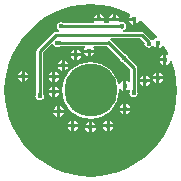
<source format=gbl>
G04*
G04 #@! TF.GenerationSoftware,Altium Limited,Altium Designer,18.1.6 (161)*
G04*
G04 Layer_Physical_Order=2*
G04 Layer_Color=16711680*
%FSTAX24Y24*%
%MOIN*%
G70*
G01*
G75*
%ADD27C,0.0100*%
%ADD28C,0.1772*%
%ADD29C,0.0157*%
G36*
X051555Y039554D02*
X051555Y039555D01*
X051553Y039555D01*
X05155Y039555D01*
X051536Y039556D01*
X051506Y039556D01*
X051489Y039656D01*
X051498Y039656D01*
X051526Y039658D01*
X051531Y039659D01*
X051535Y03966D01*
X051538Y039661D01*
X05154Y039662D01*
X051542Y039664D01*
X051555Y039554D01*
D02*
G37*
G36*
X049625Y03966D02*
X049627Y03966D01*
X04963Y039659D01*
X049634Y039658D01*
X049644Y039657D01*
X049658Y039657D01*
X049675Y039656D01*
Y039556D01*
X049666Y039556D01*
X04963Y039554D01*
X049627Y039553D01*
X049625Y039552D01*
X049623Y039551D01*
Y039661D01*
X049625Y03966D01*
D02*
G37*
G36*
X050876Y040328D02*
X051193Y040274D01*
X051503Y040185D01*
X051801Y040062D01*
X051877Y04002D01*
X051878Y04D01*
X051874Y039964D01*
X051839Y039912D01*
X051836Y039893D01*
X052008D01*
Y039843D01*
X052058D01*
Y03967D01*
X052078Y039674D01*
X052137Y039714D01*
X052176Y039773D01*
X052179Y039786D01*
X052225Y039805D01*
X052346Y03972D01*
X052586Y039505D01*
X052782Y039286D01*
X052764Y039232D01*
X052763Y039231D01*
X052726Y039223D01*
X052666Y039184D01*
X052642Y039148D01*
X052598Y039139D01*
X052585Y039141D01*
X052583Y039142D01*
X052569Y039163D01*
X052529Y039204D01*
X052515Y039221D01*
X052513Y039222D01*
X052512Y039223D01*
X052505Y039227D01*
X052333Y039399D01*
X052296Y039424D01*
X052254Y039432D01*
X052254Y039432D01*
X051641D01*
X051637Y039482D01*
X051658Y039486D01*
X051704Y039517D01*
X051734Y039562D01*
X051745Y039616D01*
X051734Y03967D01*
X051704Y039715D01*
X051658Y039746D01*
X051604Y039757D01*
X051551Y039746D01*
X051548Y039744D01*
X051518Y039765D01*
X051508Y039778D01*
X051511Y039793D01*
X051166D01*
X05117Y039773D01*
X051178Y039762D01*
X051154Y039717D01*
X051011D01*
X050988Y039762D01*
X050995Y039773D01*
X050999Y039793D01*
X050654D01*
X050658Y039773D01*
X050666Y039762D01*
X050642Y039717D01*
X049682D01*
X049676Y03972D01*
X04966Y03972D01*
X049649Y039721D01*
X049643Y039722D01*
X049642Y039722D01*
X049621Y039736D01*
X049567Y039747D01*
X049513Y039736D01*
X049468Y039706D01*
X049437Y03966D01*
X049426Y039606D01*
X049437Y039553D01*
X049468Y039507D01*
X049505Y039482D01*
X049501Y039444D01*
X049497Y039432D01*
X049387D01*
X049387Y039432D01*
X049345Y039424D01*
X049308Y039399D01*
X04878Y038871D01*
X048756Y038835D01*
X048747Y038792D01*
X048747Y038792D01*
Y037399D01*
X048744Y037392D01*
X048744Y037376D01*
X048744Y037365D01*
X048743Y037359D01*
X048743Y037359D01*
X048728Y037337D01*
X048718Y037283D01*
X048728Y03723D01*
X048759Y037184D01*
X048804Y037154D01*
X048858Y037143D01*
X048912Y037154D01*
X048958Y037184D01*
X048988Y03723D01*
X048999Y037283D01*
X048988Y037337D01*
X048974Y037358D01*
X048972Y037385D01*
X048972Y037392D01*
X048969Y037398D01*
Y038746D01*
X049263Y039039D01*
X049317Y039023D01*
X049319Y039014D01*
X049349Y038968D01*
X049395Y038938D01*
X049449Y038927D01*
X049503Y038938D01*
X049524Y038952D01*
X04955Y038954D01*
X049557Y038954D01*
X049564Y038956D01*
X050365D01*
X050379Y038918D01*
X050382Y038906D01*
X050343Y038849D01*
X05034Y03883D01*
X050684D01*
X05068Y038849D01*
X050642Y038906D01*
X050644Y038918D01*
X050659Y038956D01*
X051103D01*
X051513Y038546D01*
X051516Y03854D01*
X051527Y038528D01*
X051534Y03852D01*
X051538Y038515D01*
X051538Y038515D01*
X051543Y03849D01*
X051574Y038444D01*
X051619Y038414D01*
X051644Y038409D01*
X051664Y038391D01*
X051669Y038386D01*
X051676Y038383D01*
X051877Y038182D01*
Y037774D01*
X051827Y037759D01*
X051822Y037767D01*
X051763Y037806D01*
X051743Y03781D01*
Y037638D01*
Y037466D01*
X051763Y037469D01*
X051819Y037507D01*
X051837Y037501D01*
X051859Y037489D01*
X051868Y03745D01*
X051858Y037436D01*
X051848Y037382D01*
X051858Y037328D01*
X051889Y037283D01*
X051934Y037252D01*
X051988Y037241D01*
X052042Y037252D01*
X052088Y037283D01*
X052118Y037328D01*
X052129Y037382D01*
X052118Y037436D01*
X052104Y037457D01*
X052102Y037483D01*
X052102Y03749D01*
X052099Y037497D01*
Y038228D01*
X052091Y038271D01*
X052067Y038307D01*
X051833Y03854D01*
X051831Y038547D01*
X05182Y038558D01*
X051812Y038566D01*
X051808Y038571D01*
X051808Y038571D01*
X051803Y038597D01*
X051773Y038643D01*
X051727Y038673D01*
X051702Y038678D01*
X051682Y038696D01*
X051677Y038701D01*
X051671Y038703D01*
X05122Y039153D01*
X051211Y03916D01*
X051226Y03921D01*
X052208D01*
X052341Y039077D01*
X052343Y039071D01*
X052344Y039071D01*
X052344Y03907D01*
X052354Y039059D01*
X05235Y039038D01*
X05236Y038984D01*
X052391Y038939D01*
X052436Y038908D01*
X05249Y038898D01*
X052544Y038908D01*
X05259Y038939D01*
X052594Y038945D01*
X052654D01*
X052666Y038926D01*
X052726Y038887D01*
X052745Y038883D01*
Y039055D01*
X052845D01*
Y038883D01*
X052865Y038887D01*
X052924Y038926D01*
X05295Y038965D01*
X053007Y038966D01*
X053143Y03872D01*
X053152Y038699D01*
X053111Y038666D01*
X053101Y038672D01*
X053081Y038676D01*
Y038504D01*
Y038332D01*
X053101Y038336D01*
X05316Y038375D01*
X0532Y038434D01*
X053202Y038446D01*
X053254Y038451D01*
X053266Y038422D01*
X053355Y038112D01*
X053409Y037795D01*
X053428Y037473D01*
X053409Y037151D01*
X053355Y036834D01*
X053266Y036524D01*
X053143Y036226D01*
X052987Y035944D01*
X052801Y035681D01*
X052586Y035441D01*
X052346Y035226D01*
X052083Y03504D01*
X051801Y034884D01*
X051503Y034761D01*
X051193Y034672D01*
X050876Y034618D01*
X050554Y034599D01*
X050232Y034618D01*
X049915Y034672D01*
X049605Y034761D01*
X049307Y034884D01*
X049025Y03504D01*
X048762Y035226D01*
X048522Y035441D01*
X048307Y035681D01*
X048121Y035944D01*
X047965Y036226D01*
X047842Y036524D01*
X047753Y036834D01*
X047699Y037151D01*
X04768Y037473D01*
X047699Y037795D01*
X047753Y038112D01*
X047842Y038422D01*
X047965Y03872D01*
X048121Y039002D01*
X048307Y039265D01*
X048522Y039505D01*
X048762Y03972D01*
X049025Y039906D01*
X049307Y040062D01*
X049605Y040185D01*
X049915Y040274D01*
X050232Y040328D01*
X050554Y040347D01*
X050876Y040328D01*
D02*
G37*
G36*
X052522Y03911D02*
X052419Y039072D01*
X052419Y039074D01*
X052419Y039076D01*
X052418Y039079D01*
X052416Y039083D01*
X052414Y039087D01*
X052411Y039091D01*
X052402Y039102D01*
X05239Y039114D01*
X052465Y039181D01*
X052522Y03911D01*
D02*
G37*
G36*
X049506Y039122D02*
X049509Y039121D01*
X049512Y03912D01*
X049516Y039119D01*
X049526Y039118D01*
X04954Y039118D01*
X049557Y039118D01*
Y039018D01*
X049548Y039018D01*
X049512Y039015D01*
X049509Y039014D01*
X049506Y039013D01*
X049505Y039013D01*
Y039123D01*
X049506Y039122D01*
D02*
G37*
G36*
X051639Y038649D02*
X051666Y038625D01*
X051669Y038623D01*
X051671Y038622D01*
X051672Y038622D01*
X051594Y038544D01*
X051594Y038546D01*
X051593Y038548D01*
X051592Y038551D01*
X051589Y038554D01*
X051583Y038562D01*
X051573Y038572D01*
X051561Y038584D01*
X051632Y038655D01*
X051639Y038649D01*
D02*
G37*
G36*
X051752Y038541D02*
X051753Y038539D01*
X051755Y038536D01*
X051757Y038533D01*
X051764Y038525D01*
X051773Y038514D01*
X051785Y038502D01*
X051714Y038432D01*
X051708Y038438D01*
X051681Y038462D01*
X051678Y038463D01*
X051676Y038464D01*
X051674Y038465D01*
X051752Y038543D01*
X051752Y038541D01*
D02*
G37*
G36*
X052038Y037481D02*
X052041Y037445D01*
X052041Y037442D01*
X052042Y03744D01*
X052043Y037438D01*
X051933D01*
X051934Y03744D01*
X051935Y037442D01*
X051936Y037445D01*
X051936Y037449D01*
X051937Y037459D01*
X051938Y037473D01*
X051938Y03749D01*
X052038D01*
X052038Y037481D01*
D02*
G37*
G36*
X048908Y037383D02*
X048911Y037346D01*
X048912Y037343D01*
X048912Y037341D01*
X048913Y03734D01*
X048803D01*
X048804Y037341D01*
X048805Y037343D01*
X048806Y037346D01*
X048806Y03735D01*
X048807Y037361D01*
X048808Y037374D01*
X048808Y037392D01*
X048908D01*
X048908Y037383D01*
D02*
G37*
%LPC*%
G36*
X051389Y040015D02*
Y039893D01*
X051511D01*
X051507Y039912D01*
X051467Y039971D01*
X051408Y040011D01*
X051389Y040015D01*
D02*
G37*
G36*
X051289D02*
X051269Y040011D01*
X05121Y039971D01*
X05117Y039912D01*
X051166Y039893D01*
X051289D01*
Y040015D01*
D02*
G37*
G36*
X050877D02*
Y039893D01*
X050999D01*
X050995Y039912D01*
X050956Y039971D01*
X050897Y040011D01*
X050877Y040015D01*
D02*
G37*
G36*
X050777D02*
X050757Y040011D01*
X050698Y039971D01*
X050658Y039912D01*
X050654Y039893D01*
X050777D01*
Y040015D01*
D02*
G37*
G36*
X051958Y039793D02*
X051836D01*
X051839Y039773D01*
X051879Y039714D01*
X051938Y039674D01*
X051958Y03967D01*
Y039793D01*
D02*
G37*
G36*
X050116Y038834D02*
Y038711D01*
X050239D01*
X050235Y038731D01*
X050195Y03879D01*
X050136Y03883D01*
X050116Y038834D01*
D02*
G37*
G36*
X050016D02*
X049996Y03883D01*
X049937Y03879D01*
X049898Y038731D01*
X049894Y038711D01*
X050016D01*
Y038834D01*
D02*
G37*
G36*
X050684Y03873D02*
X050562D01*
Y038607D01*
X050582Y038611D01*
X050641Y038651D01*
X05068Y03871D01*
X050684Y03873D01*
D02*
G37*
G36*
X050462D02*
X05034D01*
X050343Y03871D01*
X050383Y038651D01*
X050442Y038611D01*
X050462Y038607D01*
Y03873D01*
D02*
G37*
G36*
X052982Y038676D02*
X052962Y038672D01*
X052903Y038633D01*
X052863Y038574D01*
X052859Y038554D01*
X052982D01*
Y038676D01*
D02*
G37*
G36*
X050239Y038611D02*
X050116D01*
Y038489D01*
X050136Y038493D01*
X050195Y038533D01*
X050235Y038592D01*
X050239Y038611D01*
D02*
G37*
G36*
X050016D02*
X049894D01*
X049898Y038592D01*
X049937Y038533D01*
X049996Y038493D01*
X050016Y038489D01*
Y038611D01*
D02*
G37*
G36*
X049696Y038479D02*
Y038357D01*
X049818D01*
X049814Y038377D01*
X049775Y038436D01*
X049715Y038475D01*
X049696Y038479D01*
D02*
G37*
G36*
X049596D02*
X049576Y038475D01*
X049517Y038436D01*
X049477Y038377D01*
X049473Y038357D01*
X049596D01*
Y038479D01*
D02*
G37*
G36*
X052982Y038454D02*
X052859D01*
X052863Y038434D01*
X052903Y038375D01*
X052962Y038336D01*
X052982Y038332D01*
Y038454D01*
D02*
G37*
G36*
X049818Y038257D02*
X049696D01*
Y038135D01*
X049715Y038139D01*
X049775Y038178D01*
X049814Y038237D01*
X049818Y038257D01*
D02*
G37*
G36*
X049596D02*
X049473D01*
X049477Y038237D01*
X049517Y038178D01*
X049576Y038139D01*
X049596Y038135D01*
Y038257D01*
D02*
G37*
G36*
X048357Y038115D02*
Y037993D01*
X048479D01*
X048475Y038012D01*
X048436Y038071D01*
X048377Y038111D01*
X048357Y038115D01*
D02*
G37*
G36*
X048257D02*
X048237Y038111D01*
X048178Y038071D01*
X048139Y038012D01*
X048135Y037993D01*
X048257D01*
Y038115D01*
D02*
G37*
G36*
X049381Y038098D02*
Y037976D01*
X049503D01*
X049499Y037996D01*
X04946Y038055D01*
X0494Y038094D01*
X049381Y038098D01*
D02*
G37*
G36*
X049281D02*
X049261Y038094D01*
X049202Y038055D01*
X049162Y037996D01*
X049158Y037976D01*
X049281D01*
Y038098D01*
D02*
G37*
G36*
X052845Y038061D02*
Y037939D01*
X052968D01*
X052964Y037958D01*
X052924Y038017D01*
X052865Y038057D01*
X052845Y038061D01*
D02*
G37*
G36*
X052745D02*
X052726Y038057D01*
X052666Y038017D01*
X052627Y037958D01*
X052623Y037939D01*
X052745D01*
Y038061D01*
D02*
G37*
G36*
X052412Y037968D02*
Y037845D01*
X052534D01*
X052531Y037865D01*
X052491Y037924D01*
X052432Y037964D01*
X052412Y037968D01*
D02*
G37*
G36*
X052312D02*
X052292Y037964D01*
X052233Y037924D01*
X052194Y037865D01*
X05219Y037845D01*
X052312D01*
Y037968D01*
D02*
G37*
G36*
X048479Y037893D02*
X048357D01*
Y03777D01*
X048377Y037774D01*
X048436Y037814D01*
X048475Y037873D01*
X048479Y037893D01*
D02*
G37*
G36*
X048257D02*
X048135D01*
X048139Y037873D01*
X048178Y037814D01*
X048237Y037774D01*
X048257Y03777D01*
Y037893D01*
D02*
G37*
G36*
X049503Y037876D02*
X049381D01*
Y037754D01*
X0494Y037758D01*
X04946Y037797D01*
X049499Y037856D01*
X049503Y037876D01*
D02*
G37*
G36*
X049281D02*
X049158D01*
X049162Y037856D01*
X049202Y037797D01*
X049261Y037758D01*
X049281Y037754D01*
Y037876D01*
D02*
G37*
G36*
X052968Y037839D02*
X052845D01*
Y037716D01*
X052865Y03772D01*
X052924Y03776D01*
X052964Y037819D01*
X052968Y037839D01*
D02*
G37*
G36*
X052745D02*
X052623D01*
X052627Y037819D01*
X052666Y03776D01*
X052726Y03772D01*
X052745Y037716D01*
Y037839D01*
D02*
G37*
G36*
X052534Y037745D02*
X052412D01*
Y037623D01*
X052432Y037627D01*
X052491Y037666D01*
X052531Y037726D01*
X052534Y037745D01*
D02*
G37*
G36*
X052312D02*
X05219D01*
X052194Y037726D01*
X052233Y037666D01*
X052292Y037627D01*
X052312Y037623D01*
Y037745D01*
D02*
G37*
G36*
X049381Y0376D02*
Y037478D01*
X049503D01*
X049499Y037497D01*
X04946Y037556D01*
X0494Y037596D01*
X049381Y0376D01*
D02*
G37*
G36*
X049281D02*
X049261Y037596D01*
X049202Y037556D01*
X049162Y037497D01*
X049158Y037478D01*
X049281D01*
Y0376D01*
D02*
G37*
G36*
X050554Y038422D02*
X050369Y038404D01*
X050191Y03835D01*
X050026Y038262D01*
X049883Y038144D01*
X049764Y038D01*
X049677Y037836D01*
X049623Y037658D01*
X049604Y037473D01*
X049623Y037288D01*
X049677Y037109D01*
X049764Y036945D01*
X049883Y036801D01*
X050026Y036683D01*
X050191Y036596D01*
X050369Y036542D01*
X050554Y036523D01*
X050739Y036542D01*
X050917Y036596D01*
X051081Y036683D01*
X051225Y036801D01*
X051343Y036945D01*
X051431Y037109D01*
X051485Y037288D01*
X051503Y037473D01*
X051499Y037516D01*
X051548Y037533D01*
X051564Y037509D01*
X051623Y037469D01*
X051643Y037466D01*
Y037638D01*
Y03781D01*
X051623Y037806D01*
X051564Y037767D01*
X051525Y037708D01*
X051524Y037703D01*
X051472Y037701D01*
X051431Y037836D01*
X051343Y038D01*
X051225Y038144D01*
X051081Y038262D01*
X050917Y03835D01*
X050739Y038404D01*
X050554Y038422D01*
D02*
G37*
G36*
X049503Y037378D02*
X049381D01*
Y037255D01*
X0494Y037259D01*
X04946Y037299D01*
X049499Y037358D01*
X049503Y037378D01*
D02*
G37*
G36*
X049281D02*
X049158D01*
X049162Y037358D01*
X049202Y037299D01*
X049261Y037259D01*
X049281Y037255D01*
Y037378D01*
D02*
G37*
G36*
X051743Y037023D02*
Y0369D01*
X051865D01*
X051861Y03692D01*
X051822Y036979D01*
X051763Y037019D01*
X051743Y037023D01*
D02*
G37*
G36*
X051643D02*
X051623Y037019D01*
X051564Y036979D01*
X051525Y03692D01*
X051521Y0369D01*
X051643D01*
Y037023D01*
D02*
G37*
G36*
X049538Y036944D02*
Y036822D01*
X04966D01*
X049657Y036841D01*
X049617Y036901D01*
X049558Y03694D01*
X049538Y036944D01*
D02*
G37*
G36*
X049438D02*
X049418Y03694D01*
X049359Y036901D01*
X04932Y036841D01*
X049316Y036822D01*
X049438D01*
Y036944D01*
D02*
G37*
G36*
X051865Y0368D02*
X051743D01*
Y036678D01*
X051763Y036682D01*
X051822Y036722D01*
X051861Y036781D01*
X051865Y0368D01*
D02*
G37*
G36*
X051643D02*
X051521D01*
X051525Y036781D01*
X051564Y036722D01*
X051623Y036682D01*
X051643Y036678D01*
Y0368D01*
D02*
G37*
G36*
X04966Y036722D02*
X049538D01*
Y036599D01*
X049558Y036603D01*
X049617Y036643D01*
X049657Y036702D01*
X04966Y036722D01*
D02*
G37*
G36*
X049438D02*
X049316D01*
X04932Y036702D01*
X049359Y036643D01*
X049418Y036603D01*
X049438Y036599D01*
Y036722D01*
D02*
G37*
G36*
X051192Y036472D02*
Y036349D01*
X051314D01*
X05131Y036369D01*
X051271Y036428D01*
X051211Y036468D01*
X051192Y036472D01*
D02*
G37*
G36*
X051092D02*
X051072Y036468D01*
X051013Y036428D01*
X050973Y036369D01*
X050969Y036349D01*
X051092D01*
Y036472D01*
D02*
G37*
G36*
X050011D02*
Y036349D01*
X050133D01*
X050129Y036369D01*
X050089Y036428D01*
X05003Y036468D01*
X050011Y036472D01*
D02*
G37*
G36*
X049911D02*
X049891Y036468D01*
X049832Y036428D01*
X049792Y036369D01*
X049788Y036349D01*
X049911D01*
Y036472D01*
D02*
G37*
G36*
X050601Y036432D02*
Y03631D01*
X050723D01*
X05072Y03633D01*
X05068Y036389D01*
X050621Y036428D01*
X050601Y036432D01*
D02*
G37*
G36*
X050501D02*
X050481Y036428D01*
X050422Y036389D01*
X050383Y03633D01*
X050379Y03631D01*
X050501D01*
Y036432D01*
D02*
G37*
G36*
X051314Y036249D02*
X051192D01*
Y036127D01*
X051211Y036131D01*
X051271Y03617D01*
X05131Y036229D01*
X051314Y036249D01*
D02*
G37*
G36*
X051092D02*
X050969D01*
X050973Y036229D01*
X051013Y03617D01*
X051072Y036131D01*
X051092Y036127D01*
Y036249D01*
D02*
G37*
G36*
X050133D02*
X050011D01*
Y036127D01*
X05003Y036131D01*
X050089Y03617D01*
X050129Y036229D01*
X050133Y036249D01*
D02*
G37*
G36*
X049911D02*
X049788D01*
X049792Y036229D01*
X049832Y03617D01*
X049891Y036131D01*
X049911Y036127D01*
Y036249D01*
D02*
G37*
G36*
X050723Y03621D02*
X050601D01*
Y036088D01*
X050621Y036091D01*
X05068Y036131D01*
X05072Y03619D01*
X050723Y03621D01*
D02*
G37*
G36*
X050501D02*
X050379D01*
X050383Y03619D01*
X050422Y036131D01*
X050481Y036091D01*
X050501Y036088D01*
Y03621D01*
D02*
G37*
%LPD*%
D27*
X049567Y039606D02*
X051575D01*
X051585Y039596D01*
X049387Y039321D02*
X052254D01*
X048858Y038792D02*
X049387Y039321D01*
X048858Y037283D02*
Y038792D01*
X049449Y039068D02*
X051135D01*
X051142Y039075D01*
X051673Y038543D01*
X052254Y039321D02*
X05249Y039085D01*
Y039038D02*
Y039085D01*
X051585Y039596D02*
X051604Y039616D01*
X051673Y038543D02*
X051988Y038228D01*
Y037382D02*
Y038228D01*
D28*
X050554Y037473D02*
D03*
D29*
X050066Y038661D02*
D03*
X050512Y03878D02*
D03*
X049567Y039606D02*
D03*
X049449Y039068D02*
D03*
X050827Y039843D02*
D03*
X049488Y036772D02*
D03*
X053032Y038504D02*
D03*
X049331Y037428D02*
D03*
Y037926D02*
D03*
X049646Y038307D02*
D03*
X051339Y039843D02*
D03*
X052008D02*
D03*
X052795Y039055D02*
D03*
Y037889D02*
D03*
X052362Y037795D02*
D03*
X051693Y037638D02*
D03*
Y03685D02*
D03*
X051142Y036299D02*
D03*
X050551Y03626D02*
D03*
X049961Y036299D02*
D03*
X048858Y037283D02*
D03*
X048307Y037943D02*
D03*
X05249Y039038D02*
D03*
X051604Y039616D02*
D03*
X051673Y038543D02*
D03*
X051988Y037382D02*
D03*
M02*

</source>
